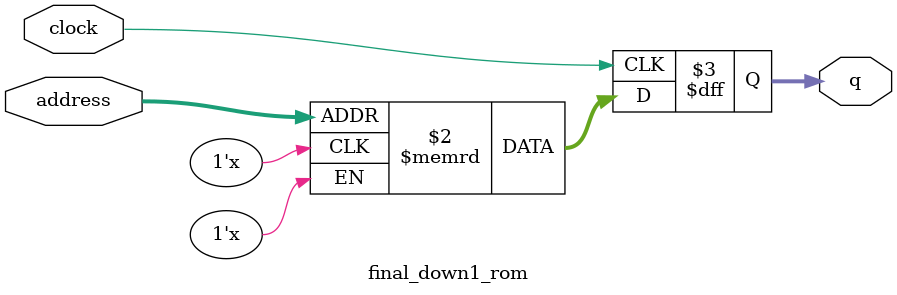
<source format=sv>
module final_down1_rom (
	input logic clock,
	input logic [9:0] address,
	output logic [3:0] q
);

logic [3:0] memory [0:1023] /* synthesis ram_init_file = "./final_down1/final_down1.mif" */;

always_ff @ (posedge clock) begin
	q <= memory[address];
end

endmodule

</source>
